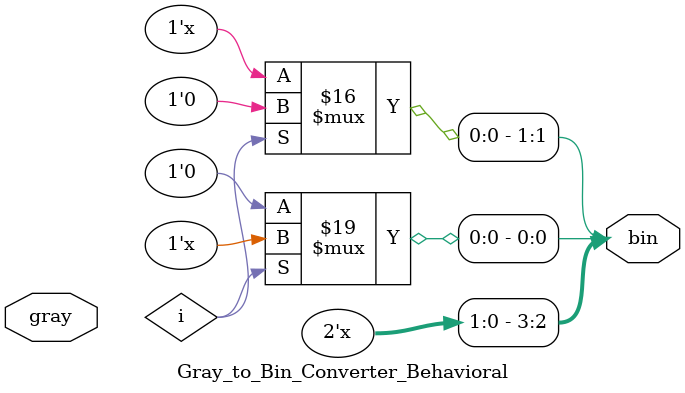
<source format=v>
`timescale 1ns / 1ps


module Gray_to_Bin_Converter_Behavioral #(parameter size = 4)(
    bin,
    gray
    );
    
    output reg [size-1:0]bin;
    input [size-1:0]gray;
    
    always@(*)
    begin
        bin[i] =^ gray[i]>>1;
    end
endmodule

</source>
